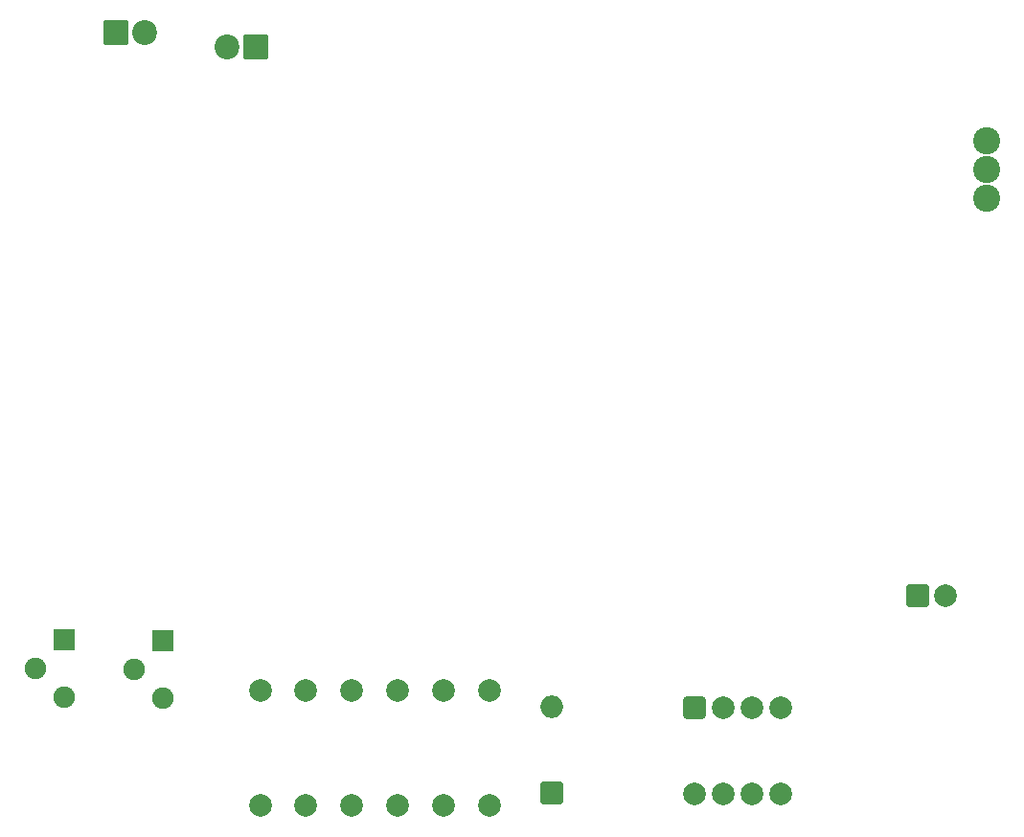
<source format=gbr>
%TF.GenerationSoftware,KiCad,Pcbnew,9.0.6*%
%TF.CreationDate,2025-12-30T13:30:36+01:00*%
%TF.ProjectId,Krokodil,4b726f6b-6f64-4696-9c2e-6b696361645f,rev?*%
%TF.SameCoordinates,Original*%
%TF.FileFunction,Soldermask,Top*%
%TF.FilePolarity,Negative*%
%FSLAX46Y46*%
G04 Gerber Fmt 4.6, Leading zero omitted, Abs format (unit mm)*
G04 Created by KiCad (PCBNEW 9.0.6) date 2025-12-30 13:30:36*
%MOMM*%
%LPD*%
G01*
G04 APERTURE LIST*
G04 Aperture macros list*
%AMRoundRect*
0 Rectangle with rounded corners*
0 $1 Rounding radius*
0 $2 $3 $4 $5 $6 $7 $8 $9 X,Y pos of 4 corners*
0 Add a 4 corners polygon primitive as box body*
4,1,4,$2,$3,$4,$5,$6,$7,$8,$9,$2,$3,0*
0 Add four circle primitives for the rounded corners*
1,1,$1+$1,$2,$3*
1,1,$1+$1,$4,$5*
1,1,$1+$1,$6,$7*
1,1,$1+$1,$8,$9*
0 Add four rect primitives between the rounded corners*
20,1,$1+$1,$2,$3,$4,$5,0*
20,1,$1+$1,$4,$5,$6,$7,0*
20,1,$1+$1,$6,$7,$8,$9,0*
20,1,$1+$1,$8,$9,$2,$3,0*%
G04 Aperture macros list end*
%ADD10RoundRect,0.200000X0.900000X0.900000X-0.900000X0.900000X-0.900000X-0.900000X0.900000X-0.900000X0*%
%ADD11C,2.200000*%
%ADD12RoundRect,0.200000X-0.900000X-0.900000X0.900000X-0.900000X0.900000X0.900000X-0.900000X0.900000X0*%
%ADD13C,2.400000*%
%ADD14RoundRect,0.312500X-0.687500X0.687500X-0.687500X-0.687500X0.687500X-0.687500X0.687500X0.687500X0*%
%ADD15C,2.000000*%
%ADD16RoundRect,0.200000X-0.750000X0.750000X-0.750000X-0.750000X0.750000X-0.750000X0.750000X0.750000X0*%
%ADD17C,1.900000*%
%ADD18RoundRect,0.200000X0.800000X-0.800000X0.800000X0.800000X-0.800000X0.800000X-0.800000X-0.800000X0*%
%ADD19O,2.000000X2.000000*%
%ADD20RoundRect,0.200000X-0.800000X-0.800000X0.800000X-0.800000X0.800000X0.800000X-0.800000X0.800000X0*%
G04 APERTURE END LIST*
D10*
%TO.C,D2*%
X128800000Y-56600000D03*
D11*
X126260000Y-56600000D03*
%TD*%
D12*
%TO.C,D1*%
X116460000Y-55300000D03*
D11*
X119000000Y-55300000D03*
%TD*%
D13*
%TO.C,S1*%
X193400000Y-64900000D03*
X193400000Y-67440000D03*
X193400000Y-69980000D03*
%TD*%
D14*
%TO.C,U1*%
X167600000Y-115000000D03*
D15*
X170140000Y-115000000D03*
X172680000Y-115000000D03*
X175220000Y-115000000D03*
X175220000Y-122620000D03*
X172680000Y-122620000D03*
X170140000Y-122620000D03*
X167600000Y-122620000D03*
%TD*%
D16*
%TO.C,Q2*%
X120600000Y-109100000D03*
D17*
X118060000Y-111640000D03*
X120600000Y-114180000D03*
%TD*%
D15*
%TO.C,R3*%
X149450000Y-123660000D03*
X149450000Y-113500000D03*
%TD*%
%TO.C,R6*%
X137300000Y-123660000D03*
X137300000Y-113500000D03*
%TD*%
%TO.C,R8*%
X129200000Y-123660000D03*
X129200000Y-113500000D03*
%TD*%
D16*
%TO.C,Q1*%
X111857615Y-109000000D03*
D17*
X109317615Y-111540000D03*
X111857615Y-114080000D03*
%TD*%
D18*
%TO.C,D3*%
X155000000Y-122520000D03*
D19*
X155000000Y-114900000D03*
%TD*%
D15*
%TO.C,R5*%
X141350000Y-123660000D03*
X141350000Y-113500000D03*
%TD*%
%TO.C,R7*%
X133250000Y-113500000D03*
X133250000Y-123660000D03*
%TD*%
D20*
%TO.C,C1*%
X187300000Y-105100000D03*
D15*
X189800000Y-105100000D03*
%TD*%
%TO.C,R4*%
X145400000Y-113500000D03*
X145400000Y-123660000D03*
%TD*%
M02*

</source>
